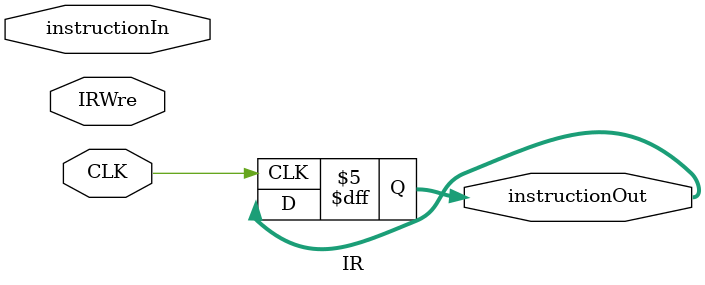
<source format=v>
`timescale 1ns / 1ps
module IR(
    input [31:0] instructionIn,
    input IRWre,
  	input CLK,
    output reg [31:0] instructionOut
    );

    always @(posedge CLK) begin
	     if (IRWre == 1) instructionOut = instructionOut;
	 end

endmodule

</source>
